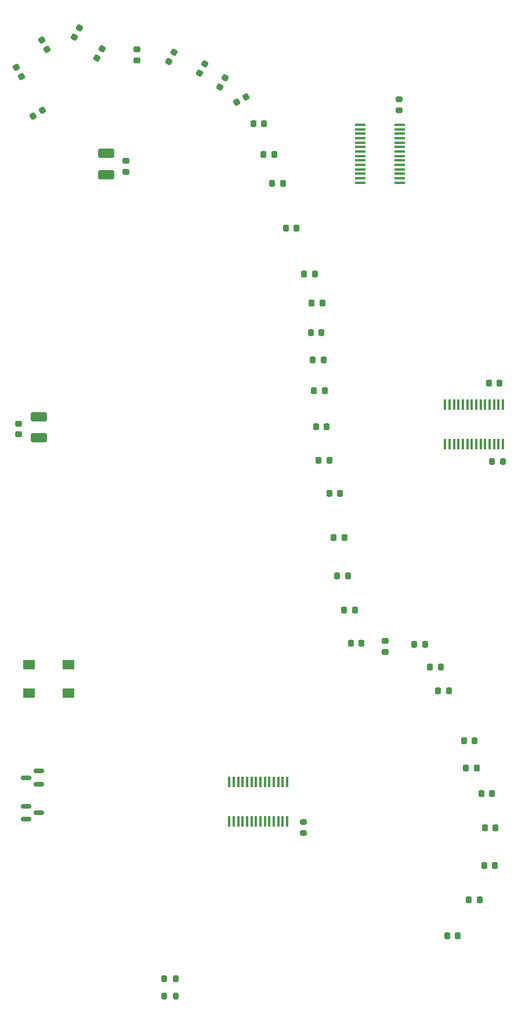
<source format=gbr>
%TF.GenerationSoftware,KiCad,Pcbnew,9.0.0*%
%TF.CreationDate,2025-04-18T09:14:46-04:00*%
%TF.ProjectId,where_is_my_ion,77686572-655f-4697-935f-6d795f696f6e,rev?*%
%TF.SameCoordinates,Original*%
%TF.FileFunction,Paste,Bot*%
%TF.FilePolarity,Positive*%
%FSLAX46Y46*%
G04 Gerber Fmt 4.6, Leading zero omitted, Abs format (unit mm)*
G04 Created by KiCad (PCBNEW 9.0.0) date 2025-04-18 09:14:46*
%MOMM*%
%LPD*%
G01*
G04 APERTURE LIST*
G04 Aperture macros list*
%AMRoundRect*
0 Rectangle with rounded corners*
0 $1 Rounding radius*
0 $2 $3 $4 $5 $6 $7 $8 $9 X,Y pos of 4 corners*
0 Add a 4 corners polygon primitive as box body*
4,1,4,$2,$3,$4,$5,$6,$7,$8,$9,$2,$3,0*
0 Add four circle primitives for the rounded corners*
1,1,$1+$1,$2,$3*
1,1,$1+$1,$4,$5*
1,1,$1+$1,$6,$7*
1,1,$1+$1,$8,$9*
0 Add four rect primitives between the rounded corners*
20,1,$1+$1,$2,$3,$4,$5,0*
20,1,$1+$1,$4,$5,$6,$7,0*
20,1,$1+$1,$6,$7,$8,$9,0*
20,1,$1+$1,$8,$9,$2,$3,0*%
G04 Aperture macros list end*
%ADD10RoundRect,0.218750X-0.218750X-0.256250X0.218750X-0.256250X0.218750X0.256250X-0.218750X0.256250X0*%
%ADD11RoundRect,0.218750X0.218750X0.256250X-0.218750X0.256250X-0.218750X-0.256250X0.218750X-0.256250X0*%
%ADD12R,1.800000X1.350000*%
%ADD13RoundRect,0.051250X0.153750X-0.733750X0.153750X0.733750X-0.153750X0.733750X-0.153750X-0.733750X0*%
%ADD14RoundRect,0.218750X0.331294X-0.061318X0.112544X0.317568X-0.331294X0.061318X-0.112544X-0.317568X0*%
%ADD15RoundRect,0.150000X0.587500X0.150000X-0.587500X0.150000X-0.587500X-0.150000X0.587500X-0.150000X0*%
%ADD16RoundRect,0.218750X0.256250X-0.218750X0.256250X0.218750X-0.256250X0.218750X-0.256250X-0.218750X0*%
%ADD17RoundRect,0.218750X0.061318X0.331294X-0.317568X0.112544X-0.061318X-0.331294X0.317568X-0.112544X0*%
%ADD18RoundRect,0.200000X0.275000X-0.200000X0.275000X0.200000X-0.275000X0.200000X-0.275000X-0.200000X0*%
%ADD19RoundRect,0.218750X0.112544X-0.317568X0.331294X0.061318X-0.112544X0.317568X-0.331294X-0.061318X0*%
%ADD20RoundRect,0.200000X0.200000X0.275000X-0.200000X0.275000X-0.200000X-0.275000X0.200000X-0.275000X0*%
%ADD21RoundRect,0.250000X0.925000X-0.412500X0.925000X0.412500X-0.925000X0.412500X-0.925000X-0.412500X0*%
%ADD22RoundRect,0.225000X0.250000X-0.225000X0.250000X0.225000X-0.250000X0.225000X-0.250000X-0.225000X0*%
%ADD23RoundRect,0.218750X-0.061318X-0.331294X0.317568X-0.112544X0.061318X0.331294X-0.317568X0.112544X0*%
%ADD24RoundRect,0.150000X-0.587500X-0.150000X0.587500X-0.150000X0.587500X0.150000X-0.587500X0.150000X0*%
%ADD25RoundRect,0.051250X0.733750X0.153750X-0.733750X0.153750X-0.733750X-0.153750X0.733750X-0.153750X0*%
%ADD26RoundRect,0.225000X0.225000X0.250000X-0.225000X0.250000X-0.225000X-0.250000X0.225000X-0.250000X0*%
%ADD27RoundRect,0.200000X-0.275000X0.200000X-0.275000X-0.200000X0.275000X-0.200000X0.275000X0.200000X0*%
%ADD28RoundRect,0.218750X-0.256250X0.218750X-0.256250X-0.218750X0.256250X-0.218750X0.256250X0.218750X0*%
G04 APERTURE END LIST*
D10*
%TO.C,D26*%
X169712500Y-126000000D03*
X171287500Y-126000000D03*
%TD*%
%TO.C,D30*%
X172675000Y-144250000D03*
X174250000Y-144250000D03*
%TD*%
D11*
%TO.C,D45*%
X154787500Y-111750000D03*
X153212500Y-111750000D03*
%TD*%
D12*
%TO.C,SW1*%
X112000000Y-114925000D03*
X112000000Y-119075000D03*
%TD*%
D13*
%TO.C,U5*%
X175425000Y-82715000D03*
X174775000Y-82715000D03*
X174125000Y-82715000D03*
X173475000Y-82715000D03*
X172825000Y-82715000D03*
X172175000Y-82715000D03*
X171525000Y-82715000D03*
X170875000Y-82715000D03*
X170225000Y-82715000D03*
X169575000Y-82715000D03*
X168925000Y-82715000D03*
X168275000Y-82715000D03*
X167625000Y-82715000D03*
X166975000Y-82715000D03*
X166975000Y-76975000D03*
X167625000Y-76975000D03*
X168275000Y-76975000D03*
X168925000Y-76975000D03*
X169575000Y-76975000D03*
X170225000Y-76975000D03*
X170875000Y-76975000D03*
X171525000Y-76975000D03*
X172175000Y-76975000D03*
X172825000Y-76975000D03*
X173475000Y-76975000D03*
X174125000Y-76975000D03*
X174775000Y-76975000D03*
X175425000Y-76975000D03*
%TD*%
D14*
%TO.C,D78*%
X108893750Y-25219495D03*
X108106250Y-23855505D03*
%TD*%
D11*
%TO.C,D63*%
X150087500Y-85150000D03*
X148512500Y-85150000D03*
%TD*%
%TO.C,D61*%
X149387500Y-75000000D03*
X147812500Y-75000000D03*
%TD*%
%TO.C,D41*%
X151637500Y-89950000D03*
X150062500Y-89950000D03*
%TD*%
D15*
%TO.C,Q1*%
X107675000Y-130450000D03*
X107675000Y-132350000D03*
X105800000Y-131400000D03*
%TD*%
D16*
%TO.C,D64*%
X122000000Y-26787500D03*
X122000000Y-25212500D03*
%TD*%
D17*
%TO.C,D76*%
X108181995Y-34106250D03*
X106818005Y-34893750D03*
%TD*%
D18*
%TO.C,R7*%
X160250000Y-34075000D03*
X160250000Y-32425000D03*
%TD*%
D10*
%TO.C,D28*%
X172250000Y-133750000D03*
X173825000Y-133750000D03*
%TD*%
%TO.C,D25*%
X165925000Y-118750000D03*
X167500000Y-118750000D03*
%TD*%
D11*
%TO.C,D42*%
X152287500Y-96400000D03*
X150712500Y-96400000D03*
%TD*%
D19*
%TO.C,D80*%
X116106250Y-26431995D03*
X116893750Y-25068005D03*
%TD*%
D20*
%TO.C,R12*%
X175425000Y-85250000D03*
X173775000Y-85250000D03*
%TD*%
D21*
%TO.C,C8*%
X107700000Y-81837500D03*
X107700000Y-78762500D03*
%TD*%
%TO.C,C15*%
X117505000Y-43437500D03*
X117505000Y-40362500D03*
%TD*%
D11*
%TO.C,D57*%
X147937500Y-57950000D03*
X146362500Y-57950000D03*
%TD*%
D22*
%TO.C,C7*%
X104700000Y-81300000D03*
X104700000Y-79750000D03*
%TD*%
D11*
%TO.C,D56*%
X145287500Y-51250000D03*
X143712500Y-51250000D03*
%TD*%
D23*
%TO.C,D68*%
X136568005Y-32893750D03*
X137931995Y-32106250D03*
%TD*%
D24*
%TO.C,Q2*%
X105800000Y-137450000D03*
X105800000Y-135550000D03*
X107675000Y-136500000D03*
%TD*%
D22*
%TO.C,C14*%
X120375000Y-43025000D03*
X120375000Y-41475000D03*
%TD*%
D25*
%TO.C,U2*%
X160315000Y-36175000D03*
X160315000Y-36825000D03*
X160315000Y-37475000D03*
X160315000Y-38125000D03*
X160315000Y-38775000D03*
X160315000Y-39425000D03*
X160315000Y-40075000D03*
X160315000Y-40725000D03*
X160315000Y-41375000D03*
X160315000Y-42025000D03*
X160315000Y-42675000D03*
X160315000Y-43325000D03*
X160315000Y-43975000D03*
X160315000Y-44625000D03*
X154575000Y-44625000D03*
X154575000Y-43975000D03*
X154575000Y-43325000D03*
X154575000Y-42675000D03*
X154575000Y-42025000D03*
X154575000Y-41375000D03*
X154575000Y-40725000D03*
X154575000Y-40075000D03*
X154575000Y-39425000D03*
X154575000Y-38775000D03*
X154575000Y-38125000D03*
X154575000Y-37475000D03*
X154575000Y-36825000D03*
X154575000Y-36175000D03*
%TD*%
D10*
%TO.C,D29*%
X172750000Y-138750000D03*
X174325000Y-138750000D03*
%TD*%
%TO.C,D70*%
X140462500Y-40500000D03*
X142037500Y-40500000D03*
%TD*%
D11*
%TO.C,D43*%
X152787500Y-102000000D03*
X151212500Y-102000000D03*
%TD*%
D26*
%TO.C,C9*%
X174925000Y-73850000D03*
X173375000Y-73850000D03*
%TD*%
D10*
%TO.C,D32*%
X167250000Y-154500000D03*
X168825000Y-154500000D03*
%TD*%
%TO.C,D27*%
X170000000Y-130000000D03*
X171575000Y-130000000D03*
%TD*%
D11*
%TO.C,D58*%
X149087500Y-62200000D03*
X147512500Y-62200000D03*
%TD*%
D14*
%TO.C,D77*%
X105143750Y-29181995D03*
X104356250Y-27818005D03*
%TD*%
D11*
%TO.C,D44*%
X153787500Y-107000000D03*
X152212500Y-107000000D03*
%TD*%
%TO.C,D46*%
X164037500Y-112000000D03*
X162462500Y-112000000D03*
%TD*%
D20*
%TO.C,R11*%
X127625000Y-163300000D03*
X125975000Y-163300000D03*
%TD*%
D10*
%TO.C,D71*%
X141712500Y-44750000D03*
X143287500Y-44750000D03*
%TD*%
D27*
%TO.C,R8*%
X146250000Y-137850000D03*
X146250000Y-139500000D03*
%TD*%
D11*
%TO.C,D59*%
X148937500Y-66500000D03*
X147362500Y-66500000D03*
%TD*%
%TO.C,D60*%
X149237500Y-70450000D03*
X147662500Y-70450000D03*
%TD*%
D19*
%TO.C,D79*%
X112856250Y-23394495D03*
X113643750Y-22030505D03*
%TD*%
D11*
%TO.C,D62*%
X149687500Y-80200000D03*
X148112500Y-80200000D03*
%TD*%
D10*
%TO.C,D31*%
X170425000Y-149250000D03*
X172000000Y-149250000D03*
%TD*%
D13*
%TO.C,U3*%
X143925000Y-137770000D03*
X143275000Y-137770000D03*
X142625000Y-137770000D03*
X141975000Y-137770000D03*
X141325000Y-137770000D03*
X140675000Y-137770000D03*
X140025000Y-137770000D03*
X139375000Y-137770000D03*
X138725000Y-137770000D03*
X138075000Y-137770000D03*
X137425000Y-137770000D03*
X136775000Y-137770000D03*
X136125000Y-137770000D03*
X135475000Y-137770000D03*
X135475000Y-132030000D03*
X136125000Y-132030000D03*
X136775000Y-132030000D03*
X137425000Y-132030000D03*
X138075000Y-132030000D03*
X138725000Y-132030000D03*
X139375000Y-132030000D03*
X140025000Y-132030000D03*
X140675000Y-132030000D03*
X141325000Y-132030000D03*
X141975000Y-132030000D03*
X142625000Y-132030000D03*
X143275000Y-132030000D03*
X143925000Y-132030000D03*
%TD*%
D12*
%TO.C,SW4*%
X106250000Y-114925000D03*
X106250000Y-119075000D03*
%TD*%
D20*
%TO.C,R9*%
X127625000Y-160700000D03*
X125975000Y-160700000D03*
%TD*%
D19*
%TO.C,D66*%
X131106250Y-28681995D03*
X131893750Y-27318005D03*
%TD*%
%TO.C,D67*%
X134106250Y-30681995D03*
X134893750Y-29318005D03*
%TD*%
D28*
%TO.C,D47*%
X158250000Y-111462500D03*
X158250000Y-113037500D03*
%TD*%
D11*
%TO.C,D48*%
X166325000Y-115250000D03*
X164750000Y-115250000D03*
%TD*%
D10*
%TO.C,D69*%
X138962500Y-36000000D03*
X140537500Y-36000000D03*
%TD*%
D19*
%TO.C,D65*%
X126606250Y-26931995D03*
X127393750Y-25568005D03*
%TD*%
M02*

</source>
